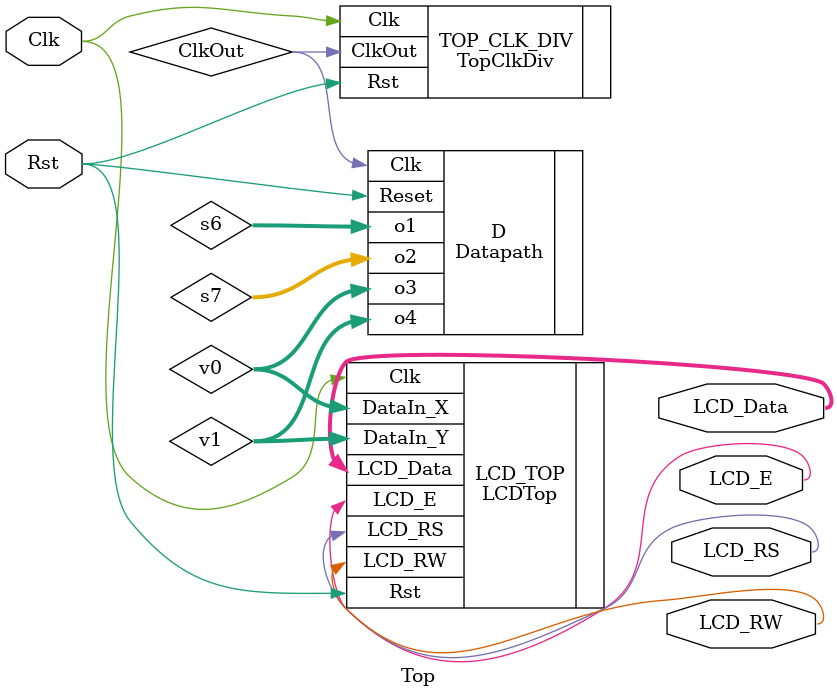
<source format=v>
`timescale 1ns / 1ps
module Top(Clk, Rst, LCD_Data, LCD_E, LCD_RS, LCD_RW);

    input Clk, Rst;
    
    output [3:0] LCD_Data;
    output LCD_E, LCD_RS, LCD_RW;
    
    wire ClkOut;
    wire [31:0] Instruction, s6, s7, v0, v1;
    
    TopClkDiv TOP_CLK_DIV(
        .Clk(Clk), 
        .Rst(Rst), 
        .ClkOut(ClkOut)
    );
    
    LCDTop LCD_TOP(
        .Clk(Clk), 
        .Rst(Rst), 
        .DataIn_X(v0), 
        .DataIn_Y(v1), 
        .LCD_Data(LCD_Data), 
        .LCD_E(LCD_E), 
        .LCD_RS(LCD_RS), 
        .LCD_RW(LCD_RW)
    );
	
	// Instantiate your InstructionFetchUnit here.
	// The Clk input of InstructionFetchUnit instance is the output of the TopClkDiv, (ClkOut)
	// The Instruction output of InstructionFetchUnit instance is the input of LCD_TOP, (DataIn_X and DataIn_Y)
	Datapath D(.Clk(ClkOut),.Reset(Rst), .o1(s6), .o2(s7),.o3(v0),.o4(v1));
	
endmodule

</source>
